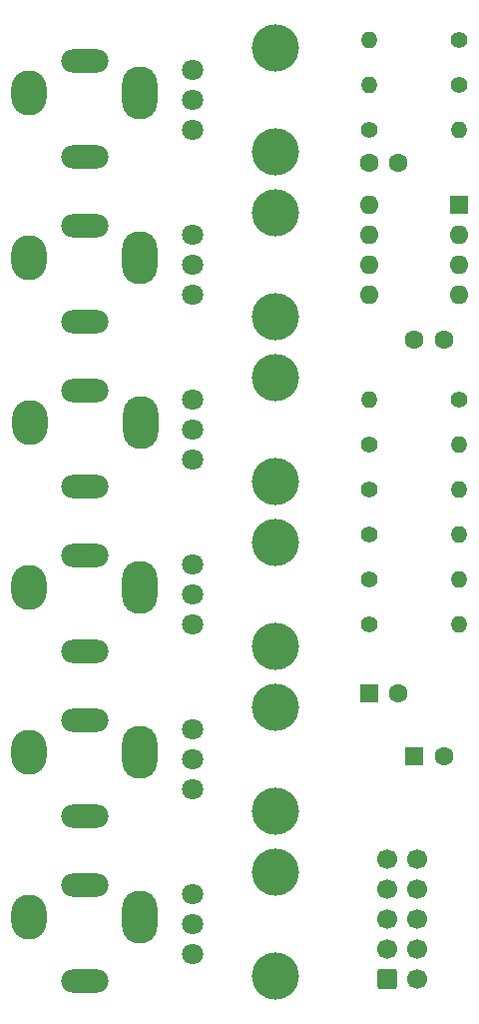
<source format=gbs>
%TF.GenerationSoftware,KiCad,Pcbnew,(6.0.1)*%
%TF.CreationDate,2022-09-27T15:47:44-04:00*%
%TF.ProjectId,SYNTH-MIXER-05,53594e54-482d-44d4-9958-45522d30352e,1*%
%TF.SameCoordinates,Original*%
%TF.FileFunction,Soldermask,Bot*%
%TF.FilePolarity,Negative*%
%FSLAX46Y46*%
G04 Gerber Fmt 4.6, Leading zero omitted, Abs format (unit mm)*
G04 Created by KiCad (PCBNEW (6.0.1)) date 2022-09-27 15:47:44*
%MOMM*%
%LPD*%
G01*
G04 APERTURE LIST*
G04 Aperture macros list*
%AMRoundRect*
0 Rectangle with rounded corners*
0 $1 Rounding radius*
0 $2 $3 $4 $5 $6 $7 $8 $9 X,Y pos of 4 corners*
0 Add a 4 corners polygon primitive as box body*
4,1,4,$2,$3,$4,$5,$6,$7,$8,$9,$2,$3,0*
0 Add four circle primitives for the rounded corners*
1,1,$1+$1,$2,$3*
1,1,$1+$1,$4,$5*
1,1,$1+$1,$6,$7*
1,1,$1+$1,$8,$9*
0 Add four rect primitives between the rounded corners*
20,1,$1+$1,$2,$3,$4,$5,0*
20,1,$1+$1,$4,$5,$6,$7,0*
20,1,$1+$1,$6,$7,$8,$9,0*
20,1,$1+$1,$8,$9,$2,$3,0*%
G04 Aperture macros list end*
%ADD10O,4.000000X2.000000*%
%ADD11O,3.000000X4.500000*%
%ADD12O,3.000000X3.800000*%
%ADD13C,4.000000*%
%ADD14C,1.800000*%
%ADD15C,1.600000*%
%ADD16RoundRect,0.250000X-0.600000X-0.600000X0.600000X-0.600000X0.600000X0.600000X-0.600000X0.600000X0*%
%ADD17C,1.700000*%
%ADD18C,1.400000*%
%ADD19O,1.400000X1.400000*%
%ADD20R,1.600000X1.600000*%
%ADD21O,1.600000X1.600000*%
G04 APERTURE END LIST*
D10*
%TO.C,J5*%
X73660000Y-120370000D03*
X73660000Y-112270000D03*
D11*
X78360000Y-114970000D03*
D12*
X68960000Y-114970000D03*
%TD*%
D10*
%TO.C,J4*%
X73660000Y-106400000D03*
X73660000Y-98300000D03*
D11*
X78360000Y-101000000D03*
D12*
X68960000Y-101000000D03*
%TD*%
D10*
%TO.C,J3*%
X73660000Y-92430000D03*
X73660000Y-84330000D03*
D11*
X78360000Y-87030000D03*
D12*
X68960000Y-87030000D03*
%TD*%
D10*
%TO.C,J2*%
X73700005Y-78460000D03*
X73700005Y-70360000D03*
D11*
X78400005Y-73060000D03*
D12*
X69000005Y-73060000D03*
%TD*%
D10*
%TO.C,J1*%
X73660000Y-64500008D03*
X73660000Y-56400008D03*
D11*
X78360000Y-59100008D03*
D12*
X68960000Y-59100008D03*
%TD*%
D10*
%TO.C,J7*%
X73660000Y-50520000D03*
X73660000Y-42420000D03*
D11*
X78360000Y-45120000D03*
D12*
X68960000Y-45120000D03*
%TD*%
D13*
%TO.C,RV5*%
X89850000Y-119970000D03*
X89850000Y-111170000D03*
D14*
X82850000Y-118070000D03*
X82850000Y-115570000D03*
X82850000Y-113070000D03*
%TD*%
D13*
%TO.C,RV1*%
X89850000Y-64090000D03*
X89850000Y-55290000D03*
D14*
X82850000Y-62190000D03*
X82850000Y-59690000D03*
X82850000Y-57190000D03*
%TD*%
D13*
%TO.C,RV3*%
X89850000Y-83230000D03*
X89850000Y-92030000D03*
D14*
X82850000Y-90130000D03*
X82850000Y-87630000D03*
X82850000Y-85130000D03*
%TD*%
D13*
%TO.C,RV6*%
X89850000Y-50120000D03*
X89850000Y-41320000D03*
D14*
X82850000Y-48220000D03*
X82850000Y-45720000D03*
X82850000Y-43220000D03*
%TD*%
D13*
%TO.C,RV2*%
X89850000Y-78060000D03*
X89850000Y-69260000D03*
D14*
X82850000Y-76160000D03*
X82850000Y-73660000D03*
X82850000Y-71160000D03*
%TD*%
D13*
%TO.C,RV4*%
X89850000Y-106000000D03*
X89850000Y-97200000D03*
D14*
X82850000Y-104100000D03*
X82850000Y-101600000D03*
X82850000Y-99100000D03*
%TD*%
D15*
%TO.C,C2*%
X104140000Y-66040000D03*
X101640000Y-66040000D03*
%TD*%
D16*
%TO.C,J6*%
X99323500Y-120269000D03*
D17*
X101863500Y-120269000D03*
X99323500Y-117729000D03*
X101863500Y-117729000D03*
X99323500Y-115189000D03*
X101863500Y-115189000D03*
X99323500Y-112649000D03*
X101863500Y-112649000D03*
X99323500Y-110109000D03*
X101863500Y-110109000D03*
%TD*%
D18*
%TO.C,R3*%
X97790000Y-82550000D03*
D19*
X105410000Y-82550000D03*
%TD*%
D18*
%TO.C,R8*%
X97790000Y-48260000D03*
D19*
X105410000Y-48260000D03*
%TD*%
D18*
%TO.C,R5*%
X97790000Y-90170000D03*
D19*
X105410000Y-90170000D03*
%TD*%
D18*
%TO.C,R2*%
X97790000Y-78740000D03*
D19*
X105410000Y-78740000D03*
%TD*%
D18*
%TO.C,R4*%
X97790000Y-86360000D03*
D19*
X105410000Y-86360000D03*
%TD*%
D18*
%TO.C,R9*%
X105410000Y-40640000D03*
D19*
X97790000Y-40640000D03*
%TD*%
D15*
%TO.C,C1*%
X97790000Y-51054000D03*
X100290000Y-51054000D03*
%TD*%
D18*
%TO.C,R6*%
X105410000Y-71120000D03*
D19*
X97790000Y-71120000D03*
%TD*%
D20*
%TO.C,U1*%
X105400000Y-54620000D03*
D21*
X105400000Y-57160000D03*
X105400000Y-59700000D03*
X105400000Y-62240000D03*
X97780000Y-62240000D03*
X97780000Y-59700000D03*
X97780000Y-57160000D03*
X97780000Y-54620000D03*
%TD*%
D20*
%TO.C,C3*%
X97790000Y-96012000D03*
D15*
X100290000Y-96012000D03*
%TD*%
D18*
%TO.C,R7*%
X105410000Y-44450000D03*
D19*
X97790000Y-44450000D03*
%TD*%
D20*
%TO.C,C4*%
X101664888Y-101346000D03*
D15*
X104164888Y-101346000D03*
%TD*%
D18*
%TO.C,R1*%
X97790000Y-74930000D03*
D19*
X105410000Y-74930000D03*
%TD*%
M02*

</source>
